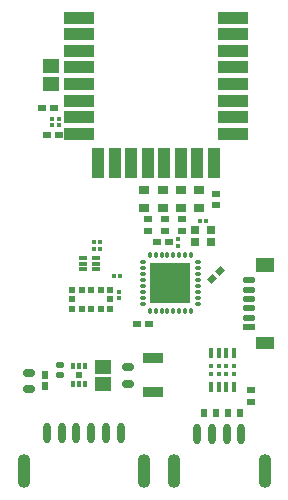
<source format=gtp>
G04 Layer_Color=8421504*
%FSLAX44Y44*%
%MOMM*%
G71*
G01*
G75*
%ADD55R,0.4500X0.4500*%
%ADD56R,0.4500X0.4500*%
%ADD57R,2.5008X1.0508*%
%ADD58R,1.0508X2.5008*%
%ADD59R,0.6508X0.5508*%
G04:AMPARAMS|DCode=60|XSize=0.3708mm|YSize=0.4108mm|CornerRadius=0.1054mm|HoleSize=0mm|Usage=FLASHONLY|Rotation=270.000|XOffset=0mm|YOffset=0mm|HoleType=Round|Shape=RoundedRectangle|*
%AMROUNDEDRECTD60*
21,1,0.3708,0.2000,0,0,270.0*
21,1,0.1600,0.4108,0,0,270.0*
1,1,0.2108,-0.1000,-0.0800*
1,1,0.2108,-0.1000,0.0800*
1,1,0.2108,0.1000,0.0800*
1,1,0.2108,0.1000,-0.0800*
%
%ADD60ROUNDEDRECTD60*%
G04:AMPARAMS|DCode=61|XSize=0.3708mm|YSize=0.4108mm|CornerRadius=0.1054mm|HoleSize=0mm|Usage=FLASHONLY|Rotation=0.000|XOffset=0mm|YOffset=0mm|HoleType=Round|Shape=RoundedRectangle|*
%AMROUNDEDRECTD61*
21,1,0.3708,0.2000,0,0,0.0*
21,1,0.1600,0.4108,0,0,0.0*
1,1,0.2108,0.0800,-0.1000*
1,1,0.2108,-0.0800,-0.1000*
1,1,0.2108,-0.0800,0.1000*
1,1,0.2108,0.0800,0.1000*
%
%ADD61ROUNDEDRECTD61*%
%ADD62R,0.7808X0.4008*%
%ADD63R,0.5508X0.5508*%
%ADD64R,0.5508X0.5508*%
%ADD65R,0.9652X0.6604*%
%ADD66R,0.6604X0.5588*%
%ADD67R,0.8008X0.6508*%
G04:AMPARAMS|DCode=68|XSize=0.5508mm|YSize=0.6508mm|CornerRadius=0mm|HoleSize=0mm|Usage=FLASHONLY|Rotation=135.000|XOffset=0mm|YOffset=0mm|HoleType=Round|Shape=Rectangle|*
%AMROTATEDRECTD68*
4,1,4,0.4248,0.0353,-0.0353,-0.4248,-0.4248,-0.0353,0.0353,0.4248,0.4248,0.0353,0.0*
%
%ADD68ROTATEDRECTD68*%

%ADD69R,1.5508X1.0508*%
%ADD70R,1.0508X0.5508*%
G04:AMPARAMS|DCode=71|XSize=0.5508mm|YSize=1.0508mm|CornerRadius=0.2754mm|HoleSize=0mm|Usage=FLASHONLY|Rotation=270.000|XOffset=0mm|YOffset=0mm|HoleType=Round|Shape=RoundedRectangle|*
%AMROUNDEDRECTD71*
21,1,0.5508,0.5000,0,0,270.0*
21,1,0.0000,1.0508,0,0,270.0*
1,1,0.5508,-0.2500,0.0000*
1,1,0.5508,-0.2500,0.0000*
1,1,0.5508,0.2500,0.0000*
1,1,0.5508,0.2500,0.0000*
%
%ADD71ROUNDEDRECTD71*%
%ADD72R,1.5508X1.2508*%
%ADD73R,0.5588X0.6604*%
G04:AMPARAMS|DCode=74|XSize=0.6604mm|YSize=0.9652mm|CornerRadius=0.1778mm|HoleSize=0mm|Usage=FLASHONLY|Rotation=270.000|XOffset=0mm|YOffset=0mm|HoleType=Round|Shape=RoundedRectangle|*
%AMROUNDEDRECTD74*
21,1,0.6604,0.6096,0,0,270.0*
21,1,0.3048,0.9652,0,0,270.0*
1,1,0.3556,-0.3048,-0.1524*
1,1,0.3556,-0.3048,0.1524*
1,1,0.3556,0.3048,0.1524*
1,1,0.3556,0.3048,-0.1524*
%
%ADD74ROUNDEDRECTD74*%
%ADD75R,1.4508X1.1508*%
G04:AMPARAMS|DCode=76|XSize=0.5588mm|YSize=0.6604mm|CornerRadius=0.1524mm|HoleSize=0mm|Usage=FLASHONLY|Rotation=270.000|XOffset=0mm|YOffset=0mm|HoleType=Round|Shape=RoundedRectangle|*
%AMROUNDEDRECTD76*
21,1,0.5588,0.3556,0,0,270.0*
21,1,0.2540,0.6604,0,0,270.0*
1,1,0.3048,-0.1778,-0.1270*
1,1,0.3048,-0.1778,0.1270*
1,1,0.3048,0.1778,0.1270*
1,1,0.3048,0.1778,-0.1270*
%
%ADD76ROUNDEDRECTD76*%
%ADD77R,0.5588X0.5588*%
%ADD78R,0.3048X0.6096*%
%ADD79R,0.5508X0.6508*%
G04:AMPARAMS|DCode=80|XSize=0.6604mm|YSize=1.7526mm|CornerRadius=0.3302mm|HoleSize=0mm|Usage=FLASHONLY|Rotation=0.000|XOffset=0mm|YOffset=0mm|HoleType=Round|Shape=RoundedRectangle|*
%AMROUNDEDRECTD80*
21,1,0.6604,1.0922,0,0,0.0*
21,1,0.0000,1.7526,0,0,0.0*
1,1,0.6604,0.0000,-0.5461*
1,1,0.6604,0.0000,-0.5461*
1,1,0.6604,0.0000,0.5461*
1,1,0.6604,0.0000,0.5461*
%
%ADD80ROUNDEDRECTD80*%
G04:AMPARAMS|DCode=81|XSize=2.8702mm|YSize=1.0668mm|CornerRadius=0.5334mm|HoleSize=0mm|Usage=FLASHONLY|Rotation=90.000|XOffset=0mm|YOffset=0mm|HoleType=Round|Shape=RoundedRectangle|*
%AMROUNDEDRECTD81*
21,1,2.8702,0.0000,0,0,90.0*
21,1,1.8034,1.0668,0,0,90.0*
1,1,1.0668,0.0000,0.9017*
1,1,1.0668,0.0000,-0.9017*
1,1,1.0668,0.0000,-0.9017*
1,1,1.0668,0.0000,0.9017*
%
%ADD81ROUNDEDRECTD81*%
%ADD82R,0.3508X0.9008*%
%ADD83R,1.6510X0.9652*%
%ADD84R,3.5008X3.5008*%
%ADD85O,0.6508X0.3508*%
%ADD86O,0.3508X0.6508*%
D55*
X552750Y1434550D02*
D03*
X565750Y1434550D02*
D03*
X552750Y1441050D02*
D03*
X565750Y1441050D02*
D03*
D56*
X559249Y1434550D02*
D03*
X572251Y1434550D02*
D03*
X559250Y1441050D02*
D03*
X572250Y1441050D02*
D03*
D57*
X441000Y1666000D02*
D03*
Y1652000D02*
D03*
Y1680000D02*
D03*
Y1694000D02*
D03*
Y1708000D02*
D03*
Y1736000D02*
D03*
Y1722000D02*
D03*
Y1638000D02*
D03*
X571000D02*
D03*
Y1722000D02*
D03*
Y1736000D02*
D03*
Y1708000D02*
D03*
Y1694000D02*
D03*
Y1680000D02*
D03*
Y1652000D02*
D03*
Y1666000D02*
D03*
D58*
X555000Y1613000D02*
D03*
X471000D02*
D03*
X457000D02*
D03*
X485000D02*
D03*
X499000D02*
D03*
X513000D02*
D03*
X541000D02*
D03*
X527000D02*
D03*
D59*
X424000Y1637000D02*
D03*
X414000Y1637000D02*
D03*
X420000Y1659750D02*
D03*
X410000Y1659750D02*
D03*
X500250Y1477000D02*
D03*
X490250D02*
D03*
X507250Y1546000D02*
D03*
X517250Y1546000D02*
D03*
D60*
X475000Y1504300D02*
D03*
X475000Y1498700D02*
D03*
X525000Y1543200D02*
D03*
X525000Y1548800D02*
D03*
X418000Y1650550D02*
D03*
X418000Y1644950D02*
D03*
X424000Y1650550D02*
D03*
X424000Y1644950D02*
D03*
D61*
X470450Y1517500D02*
D03*
X476050D02*
D03*
X459050Y1546250D02*
D03*
X453450Y1546250D02*
D03*
X459050Y1540000D02*
D03*
X453450Y1540000D02*
D03*
X543200Y1564000D02*
D03*
X548800Y1564000D02*
D03*
D62*
X455350Y1523000D02*
D03*
Y1528000D02*
D03*
Y1533000D02*
D03*
X444650Y1523000D02*
D03*
Y1528000D02*
D03*
Y1533000D02*
D03*
D63*
X467250Y1489750D02*
D03*
X459250Y1489750D02*
D03*
X451250D02*
D03*
X443250Y1489750D02*
D03*
X435250Y1489750D02*
D03*
X435250Y1505750D02*
D03*
X443250D02*
D03*
X451250Y1505750D02*
D03*
X459250Y1505750D02*
D03*
X467250Y1505750D02*
D03*
D64*
X435250Y1497750D02*
D03*
X467250Y1497750D02*
D03*
D65*
X495750Y1575250D02*
D03*
Y1590370D02*
D03*
X511750Y1575250D02*
D03*
Y1590370D02*
D03*
X527250Y1575250D02*
D03*
Y1590370D02*
D03*
X542500Y1575250D02*
D03*
Y1590370D02*
D03*
D66*
X556750Y1577170D02*
D03*
X556750Y1587250D02*
D03*
X527750Y1565580D02*
D03*
Y1555500D02*
D03*
X513750Y1565830D02*
D03*
Y1555750D02*
D03*
X499500Y1565580D02*
D03*
Y1555500D02*
D03*
X586250Y1410750D02*
D03*
X586250Y1420830D02*
D03*
D67*
X539000Y1546500D02*
D03*
Y1556500D02*
D03*
X552500Y1546500D02*
D03*
X552500Y1556500D02*
D03*
D68*
X553464Y1514714D02*
D03*
X560536Y1521786D02*
D03*
D69*
X598648Y1461000D02*
D03*
D70*
X584500Y1474000D02*
D03*
D71*
X584500Y1482000D02*
D03*
X584500Y1490000D02*
D03*
X584500Y1498000D02*
D03*
Y1506000D02*
D03*
X584500Y1514000D02*
D03*
D72*
X598648Y1527000D02*
D03*
D73*
X546750Y1401250D02*
D03*
X556830Y1401250D02*
D03*
X566750Y1401500D02*
D03*
X576830Y1401500D02*
D03*
D74*
X482750Y1426000D02*
D03*
X482750Y1440000D02*
D03*
X399000Y1435500D02*
D03*
X399000Y1421500D02*
D03*
D75*
X461250Y1425750D02*
D03*
X461250Y1440750D02*
D03*
X417250Y1680250D02*
D03*
X417250Y1695250D02*
D03*
D76*
X424750Y1441750D02*
D03*
X424750Y1433750D02*
D03*
D77*
X440750Y1433500D02*
D03*
D78*
X435750Y1440866D02*
D03*
X440750Y1440866D02*
D03*
X445830Y1440866D02*
D03*
X445830Y1426200D02*
D03*
X440750Y1426200D02*
D03*
X435750Y1426200D02*
D03*
D79*
X412250Y1434000D02*
D03*
X412250Y1424000D02*
D03*
D80*
X578500Y1383750D02*
D03*
X566000D02*
D03*
X553400Y1383750D02*
D03*
X540954Y1383750D02*
D03*
X476250Y1384250D02*
D03*
X463750D02*
D03*
X451250Y1384250D02*
D03*
X438650Y1384250D02*
D03*
X426204Y1384250D02*
D03*
X413504Y1384250D02*
D03*
D81*
X598000Y1352250D02*
D03*
X521396Y1352250D02*
D03*
X495750Y1352750D02*
D03*
X394200Y1352750D02*
D03*
D82*
X552750Y1423600D02*
D03*
X559250Y1423600D02*
D03*
X565750D02*
D03*
X572250Y1423600D02*
D03*
X552750Y1452000D02*
D03*
X559250Y1452000D02*
D03*
X565750Y1452000D02*
D03*
X572250Y1452000D02*
D03*
D83*
X503750Y1419018D02*
D03*
X503750Y1448250D02*
D03*
D84*
X518276Y1511450D02*
D03*
D85*
X541776Y1528950D02*
D03*
Y1523950D02*
D03*
Y1518950D02*
D03*
Y1513950D02*
D03*
X541776Y1508950D02*
D03*
X541776Y1503950D02*
D03*
X541776Y1498950D02*
D03*
X541776Y1493950D02*
D03*
X494776D02*
D03*
X494776Y1498950D02*
D03*
X494776Y1503950D02*
D03*
X494776Y1508950D02*
D03*
X494776Y1513950D02*
D03*
X494776Y1518950D02*
D03*
X494776Y1523950D02*
D03*
X494776Y1528950D02*
D03*
D86*
X535776Y1487950D02*
D03*
X530776Y1487950D02*
D03*
X525776Y1487950D02*
D03*
X520776Y1487950D02*
D03*
X515776D02*
D03*
X510776Y1487950D02*
D03*
X505776Y1487950D02*
D03*
X500776Y1487950D02*
D03*
X500776Y1534950D02*
D03*
X505776D02*
D03*
X510776Y1534950D02*
D03*
X515776Y1534950D02*
D03*
X520776Y1534950D02*
D03*
X525776Y1534950D02*
D03*
X530776Y1534950D02*
D03*
X535776D02*
D03*
M02*

</source>
